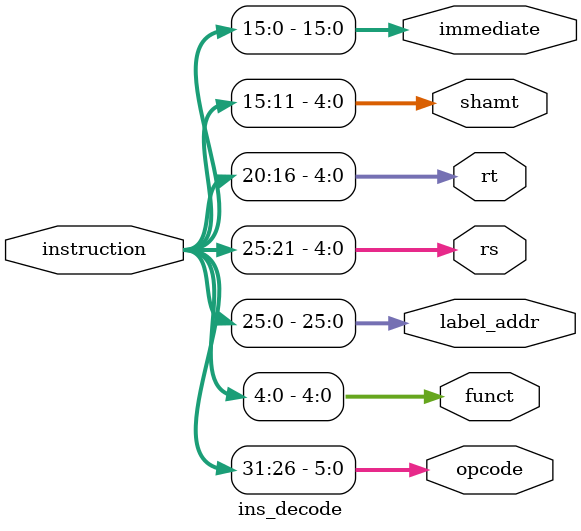
<source format=v>
`timescale 1ns / 1ps

/*
/////////////////////////////////////////////
//// COA LAB Assignment 6                ////
//// Group Number 23                     ////
//// Ashwani Kumar Kamal (20CS10011)     ////
//// Astitva (20CS30007)                 ////
/////////////////////////////////////////////
*/

// instruction decoder

module ins_decode (
    input [31:0] instruction,
    output [5:0] opcode,
    output [4:0] funct,
    output [25:0] label_addr,
    output [4:0] rs,
    output [4:0] rt,
    output [4:0] shamt,
    output [15:0] immediate
    );

    assign opcode = instruction[31:26];     // Opcode
    assign funct = instruction[4:0];         // Function code
    assign label_addr = instruction[25:0];      // Jump address for 26-bit addresses
    assign rs = instruction[25:21];         // Register rs
    assign rt = instruction[20:16];         // Register rt
    assign shamt = instruction[15:11];      // Shift amount
    assign immediate = instruction[15:0];         // Immediate value

endmodule
</source>
